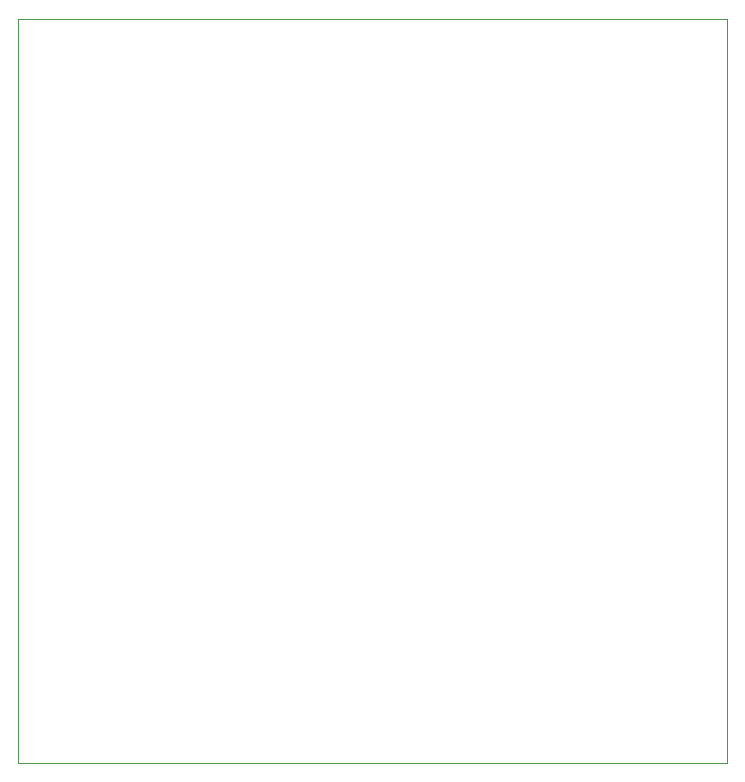
<source format=gbr>
%TF.GenerationSoftware,KiCad,Pcbnew,(6.0.7)*%
%TF.CreationDate,2023-02-02T22:14:04+01:00*%
%TF.ProjectId,bldc,626c6463-2e6b-4696-9361-645f70636258,rev?*%
%TF.SameCoordinates,Original*%
%TF.FileFunction,Profile,NP*%
%FSLAX46Y46*%
G04 Gerber Fmt 4.6, Leading zero omitted, Abs format (unit mm)*
G04 Created by KiCad (PCBNEW (6.0.7)) date 2023-02-02 22:14:04*
%MOMM*%
%LPD*%
G01*
G04 APERTURE LIST*
%TA.AperFunction,Profile*%
%ADD10C,0.100000*%
%TD*%
G04 APERTURE END LIST*
D10*
X90000000Y-89000000D02*
X150000000Y-89000000D01*
X150000000Y-89000000D02*
X150000000Y-152000000D01*
X150000000Y-152000000D02*
X90000000Y-152000000D01*
X90000000Y-152000000D02*
X90000000Y-89000000D01*
M02*

</source>
